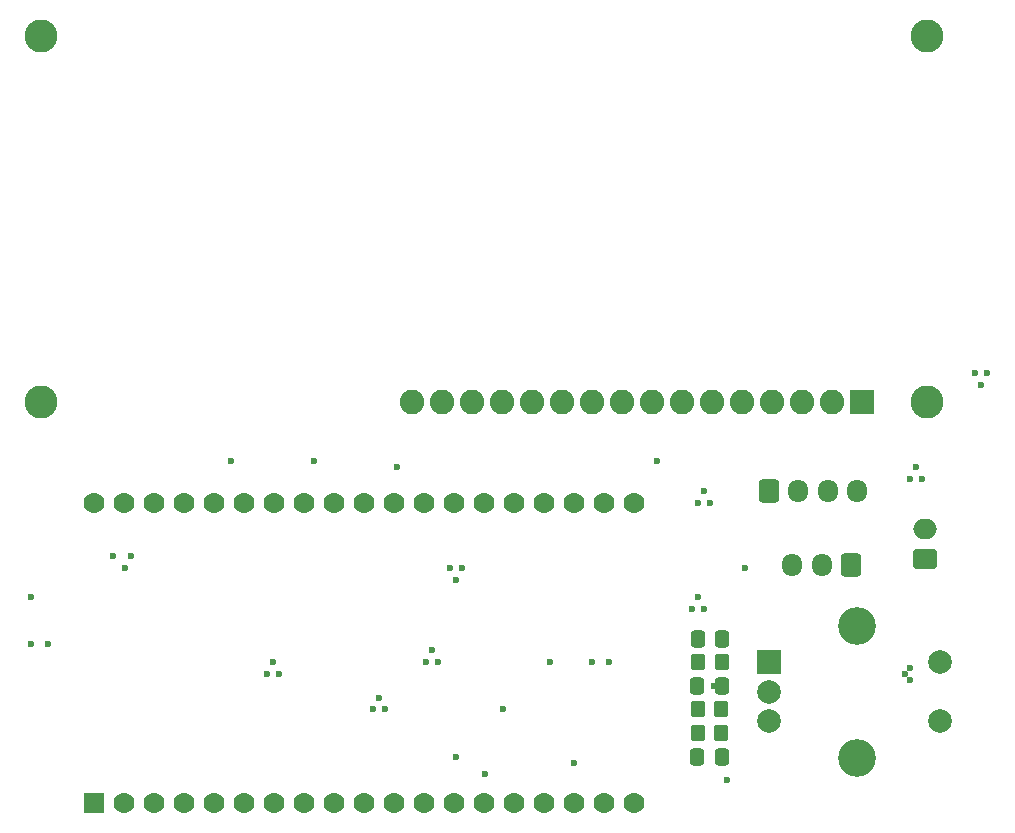
<source format=gts>
G04 #@! TF.GenerationSoftware,KiCad,Pcbnew,8.0.5*
G04 #@! TF.CreationDate,2025-02-10T08:59:47+01:00*
G04 #@! TF.ProjectId,rocnikovka,726f636e-696b-46f7-966b-612e6b696361,rev?*
G04 #@! TF.SameCoordinates,Original*
G04 #@! TF.FileFunction,Soldermask,Top*
G04 #@! TF.FilePolarity,Negative*
%FSLAX46Y46*%
G04 Gerber Fmt 4.6, Leading zero omitted, Abs format (unit mm)*
G04 Created by KiCad (PCBNEW 8.0.5) date 2025-02-10 08:59:47*
%MOMM*%
%LPD*%
G01*
G04 APERTURE LIST*
G04 Aperture macros list*
%AMRoundRect*
0 Rectangle with rounded corners*
0 $1 Rounding radius*
0 $2 $3 $4 $5 $6 $7 $8 $9 X,Y pos of 4 corners*
0 Add a 4 corners polygon primitive as box body*
4,1,4,$2,$3,$4,$5,$6,$7,$8,$9,$2,$3,0*
0 Add four circle primitives for the rounded corners*
1,1,$1+$1,$2,$3*
1,1,$1+$1,$4,$5*
1,1,$1+$1,$6,$7*
1,1,$1+$1,$8,$9*
0 Add four rect primitives between the rounded corners*
20,1,$1+$1,$2,$3,$4,$5,0*
20,1,$1+$1,$4,$5,$6,$7,0*
20,1,$1+$1,$6,$7,$8,$9,0*
20,1,$1+$1,$8,$9,$2,$3,0*%
G04 Aperture macros list end*
%ADD10RoundRect,0.250000X-0.337500X-0.475000X0.337500X-0.475000X0.337500X0.475000X-0.337500X0.475000X0*%
%ADD11C,2.800000*%
%ADD12RoundRect,0.102000X0.939800X0.939800X-0.939800X0.939800X-0.939800X-0.939800X0.939800X-0.939800X0*%
%ADD13C,2.083600*%
%ADD14RoundRect,0.102000X0.780000X-0.780000X0.780000X0.780000X-0.780000X0.780000X-0.780000X-0.780000X0*%
%ADD15C,1.764000*%
%ADD16RoundRect,0.250000X-0.350000X-0.450000X0.350000X-0.450000X0.350000X0.450000X-0.350000X0.450000X0*%
%ADD17RoundRect,0.250000X0.600000X0.725000X-0.600000X0.725000X-0.600000X-0.725000X0.600000X-0.725000X0*%
%ADD18O,1.700000X1.950000*%
%ADD19R,2.000000X2.000000*%
%ADD20C,2.000000*%
%ADD21C,3.200000*%
%ADD22RoundRect,0.250000X0.750000X-0.600000X0.750000X0.600000X-0.750000X0.600000X-0.750000X-0.600000X0*%
%ADD23O,2.000000X1.700000*%
%ADD24RoundRect,0.250000X-0.600000X-0.725000X0.600000X-0.725000X0.600000X0.725000X-0.600000X0.725000X0*%
%ADD25C,0.600000*%
G04 APERTURE END LIST*
D10*
X99000000Y-103000000D03*
X101075000Y-103000000D03*
D11*
X118360000Y-83000000D03*
X118360000Y-52000000D03*
X43360000Y-83000000D03*
X43360000Y-52000000D03*
D12*
X112860000Y-83000000D03*
D13*
X110320000Y-83000000D03*
X107780000Y-83000000D03*
X105240000Y-83000000D03*
X102700000Y-83000000D03*
X100160000Y-83000000D03*
X97620000Y-83000000D03*
X95080000Y-83000000D03*
X92540000Y-83000000D03*
X90000000Y-83000000D03*
X87460000Y-83000000D03*
X84920000Y-83000000D03*
X82380000Y-83000000D03*
X79840000Y-83000000D03*
X77300000Y-83000000D03*
X74760000Y-83000000D03*
D14*
X47840000Y-116900000D03*
D15*
X50380000Y-116900000D03*
X52920000Y-116900000D03*
X55460000Y-116900000D03*
X58000000Y-116900000D03*
X60540000Y-116900000D03*
X63080000Y-116900000D03*
X65620000Y-116900000D03*
X68160000Y-116900000D03*
X70700000Y-116900000D03*
X73240000Y-116900000D03*
X75780000Y-116900000D03*
X78320000Y-116900000D03*
X80860000Y-116900000D03*
X83400000Y-116900000D03*
X85940000Y-116900000D03*
X88480000Y-116900000D03*
X91020000Y-116900000D03*
X93560000Y-116900000D03*
X47840000Y-91500000D03*
X50380000Y-91500000D03*
X52920000Y-91500000D03*
X55460000Y-91500000D03*
X58000000Y-91500000D03*
X60540000Y-91500000D03*
X63080000Y-91500000D03*
X65620000Y-91500000D03*
X68160000Y-91500000D03*
X70700000Y-91500000D03*
X73240000Y-91500000D03*
X75780000Y-91500000D03*
X78320000Y-91500000D03*
X80860000Y-91500000D03*
X83400000Y-91500000D03*
X85940000Y-91500000D03*
X88480000Y-91500000D03*
X91020000Y-91500000D03*
X93560000Y-91500000D03*
D10*
X98962500Y-107000000D03*
X101037500Y-107000000D03*
D16*
X99000000Y-109000000D03*
X101000000Y-109000000D03*
D17*
X112000000Y-96800000D03*
D18*
X109500000Y-96800000D03*
X107000000Y-96800000D03*
D16*
X99000000Y-111000000D03*
X101000000Y-111000000D03*
D10*
X98962500Y-113000000D03*
X101037500Y-113000000D03*
D19*
X105000000Y-105000000D03*
D20*
X105000000Y-110000000D03*
X105000000Y-107500000D03*
D21*
X112500000Y-101900000D03*
X112500000Y-113100000D03*
D20*
X119500000Y-110000000D03*
X119500000Y-105000000D03*
D22*
X118200000Y-96250000D03*
D23*
X118200000Y-93750000D03*
D24*
X105000000Y-90500000D03*
D18*
X107500000Y-90500000D03*
X110000000Y-90500000D03*
X112500000Y-90500000D03*
D16*
X99037500Y-105000000D03*
X101037500Y-105000000D03*
D25*
X90000000Y-105000000D03*
X42500000Y-103500000D03*
X82500000Y-109000000D03*
X78000000Y-97000000D03*
X99500000Y-90500000D03*
X59500000Y-88000000D03*
X76500000Y-104000000D03*
X122500000Y-80500000D03*
X49500000Y-96000000D03*
X76000000Y-105000000D03*
X100000000Y-91500000D03*
X72000000Y-108000000D03*
X117000000Y-89500000D03*
X73500000Y-88500000D03*
X99500000Y-100500000D03*
X117500000Y-88500000D03*
X116500000Y-106000000D03*
X78500000Y-98000000D03*
X123500000Y-80500000D03*
X101500000Y-115000000D03*
X71500000Y-109000000D03*
X86500000Y-105000000D03*
X117000000Y-106500000D03*
X44000000Y-103500000D03*
X51000000Y-96000000D03*
X88500000Y-113500000D03*
X78500000Y-113000000D03*
X42500000Y-99500000D03*
X91500000Y-105000000D03*
X103000000Y-97000000D03*
X63000000Y-105000000D03*
X95500000Y-88000000D03*
X117000000Y-105500000D03*
X99000000Y-91500000D03*
X63500000Y-106000000D03*
X123000000Y-81500000D03*
X98500000Y-100500000D03*
X50500000Y-97000000D03*
X62500000Y-106000000D03*
X79000000Y-97000000D03*
X81000000Y-114500000D03*
X99000000Y-99500000D03*
X66500000Y-88000000D03*
X77000000Y-105000000D03*
X100400000Y-107000000D03*
X72500000Y-109000000D03*
X118000000Y-89500000D03*
M02*

</source>
